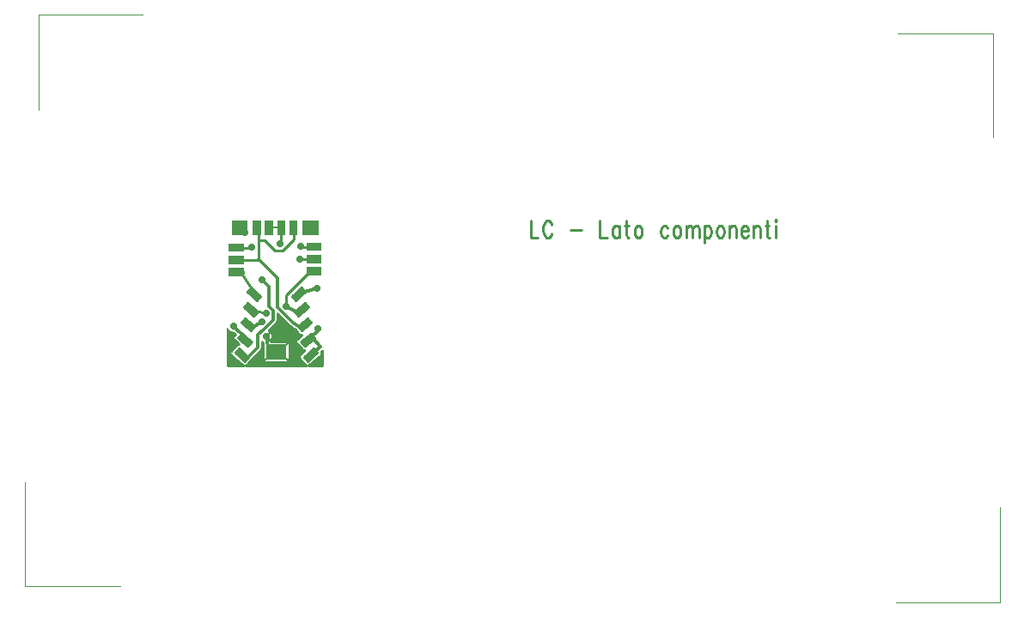
<source format=gbr>
*
*
G04 PADS Layout (Build Number 2008.43.1) generated Gerber (RS-274-X) file*
G04 PC Version=2.1*
*
%IN "P2007_0000_RBCS_RC_MAIS"*%
*
%MOIN*%
*
%FSLAX35Y35*%
*
*
*
*
G04 PC Standard Apertures*
*
*
G04 Thermal Relief Aperture macro.*
%AMTER*
1,1,$1,0,0*
1,0,$1-$2,0,0*
21,0,$3,$4,0,0,45*
21,0,$3,$4,0,0,135*
%
*
*
G04 Annular Aperture macro.*
%AMANN*
1,1,$1,0,0*
1,0,$2,0,0*
%
*
*
G04 Odd Aperture macro.*
%AMODD*
1,1,$1,0,0*
1,0,$1-0.005,0,0*
%
*
*
G04 PC Custom Aperture Macros*
*
*
*
*
*
*
G04 PC Aperture Table*
*
%ADD010C,0.01*%
%ADD031C,0.008*%
%ADD040C,0.001*%
%ADD071R,0.05906X0.05906*%
%ADD091C,0.01181*%
%ADD093C,0.00591*%
%ADD155R,0.0315X0.0315*%
%ADD157C,0.003*%
%ADD158C,0.006*%
%ADD160C,0.02795*%
*
*
*
*
G04 PC Circuitry*
G04 Layer Name P2007_0000_RBCS_RC_MAIS - circuitry*
%LPD*%
*
*
G04 PC Custom Flashes*
G04 Layer Name P2007_0000_RBCS_RC_MAIS - flashes*
%LPD*%
*
*
G04 PC Circuitry*
G04 Layer Name P2007_0000_RBCS_RC_MAIS - circuitry*
%LPD*%
*
G54D10*
G01X402548Y423588D02*
X406306Y420435D01*
X407688Y422081*
X403930Y425235*
X402548Y423588*
X405989Y420701D02*
X406529D01*
X404797Y421701D02*
X407369D01*
X403606Y422701D02*
X406950D01*
X402643Y423701D02*
X405758D01*
X403482Y424701D02*
X404566D01*
X402701Y423460D02*
Y423770D01*
X403701Y422621D02*
Y424961D01*
X404701Y421782D02*
Y424588D01*
X405701Y420943D02*
Y423749D01*
X406701Y420905D02*
Y422910D01*
X423629Y425235D02*
X419871Y422081D01*
X421253Y420435*
X425011Y423588*
X423629Y425235*
X421030Y420701D02*
X421570D01*
X420191Y421701D02*
X422762D01*
X420609Y422701D02*
X423954D01*
X421801Y423701D02*
X424916D01*
X422993Y424701D02*
X424077D01*
X420701Y421093D02*
Y422778D01*
X421701Y420811D02*
Y423617D01*
X422701Y421650D02*
Y424456D01*
X423701Y422489D02*
Y425149D01*
X424701Y423328D02*
Y423957D01*
X401367Y417682D02*
X405125Y414529D01*
X406507Y416176*
X402749Y419329*
X401367Y417682*
X404921Y414701D02*
X405269D01*
X403729Y415701D02*
X406108D01*
X402537Y416701D02*
X405881D01*
X401383Y417701D02*
X404689D01*
X402222Y418701D02*
X403498D01*
X401701Y417402D02*
Y418080D01*
X402701Y416563D02*
Y419272D01*
X403701Y415724D02*
Y418530D01*
X404701Y414885D02*
Y417691D01*
X405701Y415215D02*
Y416852D01*
X424810Y419329D02*
X421052Y416176D01*
X422434Y414529*
X426192Y417682*
X424810Y419329*
X422290Y414701D02*
X422639D01*
X421451Y415701D02*
X423830D01*
X421678Y416701D02*
X425022D01*
X422870Y417701D02*
X426176D01*
X424061Y418701D02*
X425337D01*
X421701Y415403D02*
Y416720D01*
X422701Y414753D02*
Y417559D01*
X423701Y415592D02*
Y418398D01*
X424701Y416431D02*
Y419237D01*
X425701Y417270D02*
Y418268D01*
X400186Y411777D02*
X403944Y408624D01*
X405326Y410270*
X401568Y413424*
X400186Y411777*
X403852Y408701D02*
X404009D01*
X402660Y409701D02*
X404848D01*
X401469Y410701D02*
X404813D01*
X400277Y411701D02*
X403621D01*
X400961Y412701D02*
X402429D01*
X400701Y411345D02*
Y412390D01*
X401701Y410506D02*
Y413312D01*
X402701Y409667D02*
Y412473D01*
X403701Y408828D02*
Y411634D01*
X404701Y409526D02*
Y410795D01*
X425991Y413424D02*
X422233Y410270D01*
X423615Y408624*
X427373Y411777*
X425991Y413424*
X423550Y408701D02*
X423707D01*
X422711Y409701D02*
X424899D01*
X422746Y410701D02*
X426091D01*
X423938Y411701D02*
X427282D01*
X425130Y412701D02*
X426598D01*
X422701Y409713D02*
Y410663D01*
X423701Y408696D02*
Y411502D01*
X424701Y409535D02*
Y412341D01*
X425701Y410374D02*
Y413180D01*
X426701Y411213D02*
Y412578D01*
X399005Y405871D02*
X402763Y402718D01*
X404145Y404365*
X400387Y407518*
X399005Y405871*
X401592Y403701D02*
X403587D01*
X400400Y404701D02*
X403744D01*
X399208Y405701D02*
X402552D01*
X399701Y406701D02*
X401361D01*
X399701Y405288D02*
Y406701D01*
X400701Y404448D02*
Y407255D01*
X401701Y403609D02*
Y406415D01*
X402701Y402770D02*
Y405576D01*
X403701Y403836D02*
Y404737D01*
X427172Y407518D02*
X423414Y404365D01*
X424796Y402718*
X428554Y405871*
X427172Y407518*
X423972Y403701D02*
X425967D01*
X423815Y404701D02*
X427159D01*
X425007Y405701D02*
X428351D01*
X426198Y406701D02*
X427858D01*
X423701Y404024D02*
Y404605D01*
X424701Y402832D02*
Y405444D01*
X425701Y403477D02*
Y406283D01*
X426701Y404316D02*
Y407122D01*
X427701Y405155D02*
Y406888D01*
X397824Y399966D02*
X401582Y396813D01*
X402963Y398459*
X399206Y401613*
X397824Y399966*
X400523Y397701D02*
X402327D01*
X399332Y398701D02*
X402676D01*
X398140Y399701D02*
X401484D01*
X398441Y400701D02*
X400292D01*
X398701Y399230D02*
Y401011D01*
X399701Y398391D02*
Y401197D01*
X400701Y397552D02*
Y400358D01*
X401701Y396955D02*
Y399519D01*
X402701Y398146D02*
Y398680D01*
X428353Y401613D02*
X424596Y398459D01*
X425977Y396813*
X429735Y399966*
X428353Y401613*
X425232Y397701D02*
X427036D01*
X424883Y398701D02*
X428228D01*
X426075Y399701D02*
X429419D01*
X427267Y400701D02*
X429118D01*
X424701Y398334D02*
Y398548D01*
X425701Y397142D02*
Y399387D01*
X426701Y397420D02*
Y400226D01*
X427701Y398259D02*
Y401065D01*
X428701Y399098D02*
Y401199D01*
X429701Y399937D02*
Y400007D01*
X512598Y451444D02*
Y444882D01*
X515326*
X520780Y449882D02*
X520553Y450507D01*
X520098Y451132*
X519644Y451444*
X518735*
X518280Y451132*
X517826Y450507*
X517598Y449882*
X517371Y448944*
Y447382*
X517598Y446444*
X517826Y445819*
X518280Y445194*
X518735Y444882*
X519644*
X520098Y445194*
X520553Y445819*
X520780Y446444*
X528053Y447694D02*
X532144D01*
X539417Y451444D02*
Y444882D01*
X542144*
X546917Y449257D02*
Y444882D01*
Y448319D02*
X546462Y448944D01*
X546008Y449257*
X545326*
X544871Y448944*
X544417Y448319*
X544189Y447382*
Y446757*
X544417Y445819*
X544871Y445194*
X545326Y444882*
X546008*
X546462Y445194*
X546917Y445819*
X549644Y451444D02*
Y446132D01*
X549871Y445194*
X550326Y444882*
X550780*
X548962Y449257D02*
X550553D01*
X553962D02*
X553508Y448944D01*
X553053Y448319*
X552826Y447382*
Y446757*
X553053Y445819*
X553508Y445194*
X553962Y444882*
X554644*
X555098Y445194*
X555553Y445819*
X555780Y446757*
Y447382*
X555553Y448319*
X555098Y448944*
X554644Y449257*
X553962*
X565780Y448319D02*
X565326Y448944D01*
X564871Y449257*
X564189*
X563735Y448944*
X563280Y448319*
X563053Y447382*
Y446757*
X563280Y445819*
X563735Y445194*
X564189Y444882*
X564871*
X565326Y445194*
X565780Y445819*
X568962Y449257D02*
X568508Y448944D01*
X568053Y448319*
X567826Y447382*
Y446757*
X568053Y445819*
X568508Y445194*
X568962Y444882*
X569644*
X570098Y445194*
X570553Y445819*
X570780Y446757*
Y447382*
X570553Y448319*
X570098Y448944*
X569644Y449257*
X568962*
X572826D02*
Y444882D01*
Y448007D02*
X573508Y448944D01*
X573962Y449257*
X574644*
X575098Y448944*
X575326Y448007*
Y444882*
Y448007D02*
X576008Y448944D01*
X576462Y449257*
X577144*
X577598Y448944*
X577826Y448007*
Y444882*
X579871Y449257D02*
Y442694D01*
Y448319D02*
X580326Y448944D01*
X580780Y449257*
X581462*
X581917Y448944*
X582371Y448319*
X582598Y447382*
Y446757*
X582371Y445819*
X581917Y445194*
X581462Y444882*
X580780*
X580326Y445194*
X579871Y445819*
X585780Y449257D02*
X585326Y448944D01*
X584871Y448319*
X584644Y447382*
Y446757*
X584871Y445819*
X585326Y445194*
X585780Y444882*
X586462*
X586917Y445194*
X587371Y445819*
X587598Y446757*
Y447382*
X587371Y448319*
X586917Y448944*
X586462Y449257*
X585780*
X589644D02*
Y444882D01*
Y448007D02*
X590326Y448944D01*
X590780Y449257*
X591462*
X591917Y448944*
X592144Y448007*
Y444882*
X594189Y447382D02*
X596917D01*
Y448007*
X596689Y448632*
X596462Y448944*
X596008Y449257*
X595326*
X594871Y448944*
X594417Y448319*
X594189Y447382*
Y446757*
X594417Y445819*
X594871Y445194*
X595326Y444882*
X596008*
X596462Y445194*
X596917Y445819*
X598962Y449257D02*
Y444882D01*
Y448007D02*
X599644Y448944D01*
X600098Y449257*
X600780*
X601235Y448944*
X601462Y448007*
Y444882*
X604189Y451444D02*
Y446132D01*
X604417Y445194*
X604871Y444882*
X605326*
X603508Y449257D02*
X605098D01*
X607371Y451444D02*
X607598Y451132D01*
X607826Y451444*
X607598Y451757*
X607371Y451444*
X607598Y449257D02*
Y444882D01*
X403937Y416929D02*
X404140Y416759D01*
X409843Y415354*
X417717Y418110D02*
Y422390D01*
X421311Y425984*
X421373*
X427110Y431722*
X428488*
X405118Y422835D02*
X405809Y423658D01*
X398327Y436124D02*
X406299D01*
X398327Y431399D02*
X400115D01*
X403930Y425235*
X405809Y423658*
X398327Y431399D02*
X400394D01*
Y431102*
X406299Y436124D02*
X407087Y436911D01*
Y443701*
X406299Y436124D02*
X407183D01*
X414173Y429134*
X422835Y436220D02*
Y436446D01*
X428488*
X398327Y440848D02*
X404331D01*
Y440945*
X407087Y443701D02*
X409249D01*
X413186Y439764*
X416300*
X420482Y443946*
Y448599*
X415354Y442520D02*
X415758D01*
Y448599*
X425591Y447244D02*
Y447630D01*
X425591D02*
X427175D01*
X427175D02*
Y448599D01*
X423228Y441339D02*
Y441170D01*
X428488*
X399616Y448599D02*
Y447349D01*
X401575*
Y446850*
X406309Y448599D02*
X407087Y447821D01*
Y443701*
X431783Y394988D02*
Y400750D01*
X431483Y400498*
X431211Y398985D02*
G75*
G03X431483Y400498I-771J919D01*
G01X431211Y398985D02*
X426687Y395189D01*
X426346Y394988D02*
G03X426687Y395189I-430J1120D01*
G01X426346Y394988D02*
X431783D01*
X394988D02*
X401213D01*
X400872Y395189D02*
G03X401213Y394988I771J919D01*
G01X400872Y395189D02*
X396348Y398985D01*
X396200Y400676D02*
G03X396348Y398985I919J-772D01*
G01X396200Y400676D02*
X398225Y403088D01*
X399166Y403517D02*
G03X398225Y403088I-22J-1200D01*
G01X399166Y403517D02*
X397529Y404890D01*
X397381Y406581D02*
G03X397529Y404890I920J-771D01*
G01X397381Y406581D02*
X397875Y407170D01*
X397315Y407640*
X394988Y408948D02*
G03X397315Y407640I2256J1288D01*
G01X394988Y408948D02*
Y394988D01*
X402074D02*
X425485D01*
X424996Y395337D02*
G03X425485Y394988I920J771D01*
G01X424996Y395337D02*
X422972Y397750D01*
X423120Y399440D02*
G03X422972Y397750I771J-919D01*
G01X423120Y399440D02*
X424757Y400814D01*
X423815Y401242D02*
G03X424757Y400814I920J772D01*
G01X423815Y401242D02*
X421791Y403655D01*
X421939Y405346D02*
G03X421791Y403655I771J-920D01*
G01X421939Y405346D02*
X423576Y406719D01*
X422634Y407148D02*
G03X423576Y406719I919J771D01*
G01X422634Y407148D02*
X421139Y408930D01*
X419316Y410214*
X419081Y410412D02*
G03X419316Y410214I1266J1266D01*
G01X419081Y410412D02*
X414389Y415104D01*
Y412734*
X413865Y411468D02*
G03X414389Y412734I-1267J1266D01*
G01X413865Y411468D02*
X411014Y408618D01*
X411760Y404546D02*
G03X411014Y408618I-1917J1753D01*
G01X411760Y404546D02*
X417717D01*
X418917Y403346D02*
G03X417717Y404546I-1200J0D01*
G01X418917Y403346D02*
Y397441D01*
X417717Y396241D02*
G03X418917Y397441I-0J1200D01*
G01X417717Y396241D02*
X409843D01*
X408642Y397441D02*
G03X409843Y396241I1201J-0D01*
G01X408642Y397441D02*
Y403346D01*
X408791Y403924D02*
G03X408642Y403346I1052J-578D01*
G01X408483Y404085D02*
G03X408791Y403924I1360J2214D01*
G01X408483Y404085D02*
Y402168D01*
X407959Y400901D02*
G03X408483Y402168I-1266J1267D01*
G01X407959Y400901D02*
X403440Y396382D01*
X402563Y395337*
X402074Y394988D02*
G03X402563Y395337I-431J1120D01*
G01X402427Y395199D02*
X425132D01*
X418917Y400599D02*
X424501D01*
X403203Y396099D02*
X424357D01*
X418832Y396999D02*
X423601D01*
X418917Y401499D02*
X423600D01*
X418917Y399699D02*
X423429D01*
X412370Y406899D02*
X422921D01*
X418917Y397899D02*
X422865D01*
X418917Y402399D02*
X422844D01*
X418917Y398799D02*
X422724D01*
X412423Y405999D02*
X422718D01*
X418917Y403299D02*
X422089D01*
X411963Y407799D02*
X422087D01*
X412147Y405099D02*
X421717D01*
X418561Y404199D02*
X421532D01*
X411096Y408699D02*
X421332D01*
X411996Y409599D02*
X420188D01*
X412896Y410499D02*
X418993D01*
X413796Y411399D02*
X418093D01*
X414336Y412299D02*
X417193D01*
X414389Y413199D02*
X416293D01*
X414389Y414099D02*
X415393D01*
X414389Y414999D02*
X414493D01*
X404057Y396999D02*
X408727D01*
X408483Y403299D02*
X408642D01*
X408483Y402399D02*
X408642D01*
X408354Y401499D02*
X408642D01*
X407657Y400599D02*
X408642D01*
X406757Y399699D02*
X408642D01*
X405857Y398799D02*
X408642D01*
X404957Y397899D02*
X408642D01*
X394988Y395199D02*
X400859D01*
X394988Y396099D02*
X399787D01*
X394988Y396999D02*
X398714D01*
X394988Y403299D02*
X398455D01*
X394988Y404199D02*
X398353D01*
X394988Y406899D02*
X397648D01*
X394988Y402399D02*
X397647D01*
X394988Y397899D02*
X397642D01*
X394988Y405099D02*
X397333D01*
X394988Y405999D02*
X397116D01*
X394988Y401499D02*
X396892D01*
X394988Y398799D02*
X396569D01*
X394988Y407799D02*
X396344D01*
X394988Y400599D02*
X396141D01*
X394988Y399699D02*
X395937D01*
X394988Y408699D02*
X395150D01*
X431604Y400599D02*
X431783D01*
X431622Y399699D02*
X431783D01*
X430990Y398799D02*
X431783D01*
X429917Y397899D02*
X431783D01*
X428845Y396999D02*
X431783D01*
X427772Y396099D02*
X431783D01*
X426700Y395199D02*
X431783D01*
G54D31*
X431883Y394888D02*
Y400965D01*
X431352Y400519*
X431147Y399062D02*
G03X431352Y400519I-707J842D01*
G01X431147Y399062D02*
X426623Y395266D01*
X425073Y395401D02*
G03X426623Y395266I843J707D01*
G01X425073Y395401D02*
X423048Y397814D01*
X423184Y399364D02*
G03X423048Y397814I707J-843D01*
G01X423184Y399364D02*
X425110Y400980D01*
X423892Y401307D02*
G03X425110Y400980I843J707D01*
G01X423892Y401307D02*
X421867Y403719D01*
X422003Y405269D02*
G03X421867Y403719I707J-843D01*
G01X422003Y405269D02*
X423929Y406885D01*
X422711Y407212D02*
G03X423929Y406885I842J707D01*
G01X422711Y407212D02*
X421207Y409004D01*
X419374Y410296*
X419152Y410482D02*
G03X419374Y410296I1195J1196D01*
G01X419152Y410482D02*
X414289Y415345D01*
Y412734*
X413794Y411538D02*
G03X414289Y412734I-1196J1196D01*
G01X413794Y411538D02*
X410843Y408588D01*
X411518Y404446D02*
G03X410843Y408588I-1675J1853D01*
G01X411518Y404446D02*
X417717D01*
X418817Y403346D02*
G03X417717Y404446I-1100J0D01*
G01X418817Y403346D02*
Y397441D01*
X417717Y396341D02*
G03X418817Y397441I-0J1100D01*
G01X417717Y396341D02*
X409843D01*
X408742Y397441D02*
G03X409843Y396341I1101J-0D01*
G01X408742Y397441D02*
Y403346D01*
X408937Y403971D02*
G03X408742Y403346I906J-625D01*
G01X408383Y404272D02*
G03X408937Y403971I1460J2027D01*
G01X408383Y404272D02*
Y402168D01*
X407888Y400972D02*
G03X408383Y402168I-1195J1196D01*
G01X407888Y400972D02*
X403366Y396450D01*
X402486Y395401*
X400936Y395266D02*
G03X402486Y395401I707J842D01*
G01X400936Y395266D02*
X396412Y399062D01*
X396277Y400611D02*
G03X396412Y399062I842J-707D01*
G01X396277Y400611D02*
X398301Y403024D01*
X399520Y403351D02*
G03X398301Y403024I-376J-1034D01*
G01X399520Y403351D02*
X397594Y404967D01*
X397458Y406517D02*
G03X397594Y404967I843J-707D01*
G01X397458Y406517D02*
X398016Y407182D01*
X397350Y407741*
X394888Y409407D02*
G03X397350Y407741I2356J829D01*
G01X394888Y409407D02*
Y394888D01*
X431883*
X431828Y400918D02*
X431883D01*
X431539Y399918D02*
X431883D01*
X430976Y398918D02*
X431883D01*
X429784Y397918D02*
X431883D01*
X428592Y396918D02*
X431883D01*
X427401Y395918D02*
X431883D01*
X394888Y394918D02*
X431883D01*
X424836Y400918D02*
X425037D01*
X402920Y395918D02*
X424639D01*
X418817Y400918D02*
X424634D01*
X418817Y399918D02*
X423845D01*
X418685Y396918D02*
X423800D01*
X418817Y401918D02*
X423379D01*
X412262Y406918D02*
X423097D01*
X418817Y397918D02*
X422971D01*
X418817Y398918D02*
X422865D01*
X412311Y405918D02*
X422777D01*
X418817Y402918D02*
X422540D01*
X411744Y407918D02*
X422118D01*
X418656Y403918D02*
X421734D01*
X411924Y404918D02*
X421726D01*
X411174Y408918D02*
X421279D01*
X412174Y409918D02*
X419909D01*
X413174Y410918D02*
X418716D01*
X414079Y411918D02*
X417716D01*
X414289Y412918D02*
X416716D01*
X414289Y413918D02*
X415716D01*
X414289Y414918D02*
X414716D01*
X408383Y403918D02*
X408903D01*
X403835Y396918D02*
X408875D01*
X408383Y402918D02*
X408742D01*
X408365Y401918D02*
X408742D01*
X407835Y400918D02*
X408742D01*
X406835Y399918D02*
X408742D01*
X405835Y398918D02*
X408742D01*
X404835Y397918D02*
X408742D01*
X394888Y395918D02*
X400158D01*
X394888Y396918D02*
X398967D01*
X394888Y403918D02*
X398843D01*
X394888Y402918D02*
X398213D01*
X394888Y406918D02*
X397795D01*
X394888Y397918D02*
X397775D01*
X394888Y404918D02*
X397652D01*
X394888Y401918D02*
X397374D01*
X394888Y405918D02*
X397206D01*
X394888Y398918D02*
X396583D01*
X394888Y400918D02*
X396534D01*
X394888Y407918D02*
X396314D01*
X394888Y399918D02*
X396020D01*
X394888Y408918D02*
X395122D01*
X430888Y394888D02*
Y398845D01*
X429888Y394888D02*
Y398006D01*
X428888Y394888D02*
Y397167D01*
X427888Y394888D02*
Y396327D01*
X426888Y394888D02*
Y395488D01*
X425888Y394888D02*
Y395009D01*
X424888Y400794D02*
Y400925D01*
Y394888D02*
Y395621D01*
X423888Y406851D02*
Y406871D01*
Y399954D02*
Y401311D01*
Y394888D02*
Y396813D01*
X422888Y406012D02*
Y407043D01*
Y398973D02*
Y402503D01*
Y394888D02*
Y398069D01*
X421888Y405158D02*
Y408193D01*
Y394888D02*
Y403695D01*
X420888Y394888D02*
Y409229D01*
X419888Y394888D02*
Y409933D01*
X418888Y394888D02*
Y410746D01*
X417888Y404433D02*
Y411746D01*
Y394888D02*
Y396354D01*
X416888Y404446D02*
Y412746D01*
Y394888D02*
Y396341D01*
X415888Y404446D02*
Y413746D01*
Y394888D02*
Y396341D01*
X414888Y404446D02*
Y414746D01*
Y394888D02*
Y396341D01*
X413888Y404446D02*
Y411641D01*
Y394888D02*
Y396341D01*
X412888Y404446D02*
Y410633D01*
Y394888D02*
Y396341D01*
X411888Y407732D02*
Y409633D01*
Y404446D02*
Y404866D01*
Y394888D02*
Y396341D01*
X410888Y408567D02*
Y408633D01*
Y394888D02*
Y396341D01*
X409888Y394888D02*
Y396341D01*
X408888Y403894D02*
Y403991D01*
Y394888D02*
Y396894D01*
X407888Y394888D02*
Y400972D01*
X406888Y394888D02*
Y399972D01*
X405888Y394888D02*
Y398972D01*
X404888Y394888D02*
Y397972D01*
X403888Y394888D02*
Y396972D01*
X402888Y394888D02*
Y395880D01*
X401888Y394888D02*
Y395036D01*
X400888Y394888D02*
Y395306D01*
X399888Y394888D02*
Y396145D01*
X398888Y403387D02*
Y403881D01*
Y394888D02*
Y396984D01*
X397888Y407030D02*
Y407289D01*
Y402532D02*
Y404720D01*
Y394888D02*
Y397823D01*
X396888Y401340D02*
Y407764D01*
Y394888D02*
Y398662D01*
X395888Y394888D02*
Y408139D01*
G54D40*
X654331Y303150D02*
X694488D01*
Y340157*
X692126Y483858D02*
Y524016D01*
X655118*
X316142Y349606D02*
Y309449D01*
X353150*
X361811Y531496D02*
X321654D01*
Y494488*
G54D71*
X412795Y400394D02*
X414764D01*
X399813Y448599D02*
X399419D01*
X427372D02*
X426978D01*
G54D91*
X400394Y399213D02*
X401449Y398327D01*
X402151Y397625*
X406693Y402168*
Y406951*
X408797Y409055*
X408920*
X412598Y412734*
Y416400*
X409843Y406299D02*
X410827Y400394D01*
X413780*
X401575Y405118D02*
X402207Y405872D01*
X427165Y399213D02*
X430799Y402262D01*
X425984Y405118D02*
X427403Y406309D01*
X430799Y402262*
X425984Y405118D02*
X430270Y408715D01*
X397244Y410236D02*
X397146Y410119D01*
X402207Y405872*
X411024Y425591D02*
Y417975D01*
X412598Y416400*
X402756Y411024D02*
X404326Y409706D01*
X408268Y412205*
X417717Y418110D02*
X422097Y415649D01*
X423622Y416929*
X429921Y409449D02*
X430270Y408715D01*
X408268Y428346D02*
X411024Y425591D01*
X422441Y422835D02*
X423074Y422081D01*
X424883Y423599*
X429528Y425197*
X414173Y429134D02*
Y417852D01*
X420347Y411678*
X423193Y409673*
X424803Y411024*
G54D93*
X418494Y404124D02*
X416852Y402482D01*
X418494Y396663D02*
X416852Y398306D01*
X409065Y396663D02*
X410707Y398306D01*
X411609Y408065D02*
X410831Y407287D01*
X411609Y404533D02*
X410831Y405311D01*
G54D155*
X399705Y431399D02*
X396949D01*
X399705Y436124D02*
X396949D01*
X399705Y440848D02*
X396949D01*
X427110Y441170D02*
X429866D01*
X427110Y436446D02*
X429866D01*
X427110Y431722D02*
X429866D01*
X406309Y447221D02*
Y449977D01*
X411033Y447221D02*
Y449977D01*
X415758Y447221D02*
Y449977D01*
X420482Y447221D02*
Y449977D01*
G54D157*
X419685Y407480D02*
Y410827D01*
G54D158*
X398327Y431399D02*
Y431340D01*
X400394*
Y431102*
X411033Y448599D02*
X415758D01*
G54D160*
X409843Y406299D03*
X397244Y410236D03*
X408268Y412205D03*
X409843Y415354D03*
X417717Y418110D03*
X429921Y409449D03*
X408268Y428346D03*
X429528Y425197D03*
X400394Y431102D03*
X422835Y436220D03*
X404331Y440945D03*
X401575Y446850D03*
X415354Y442520D03*
X425591Y447244D03*
X423228Y441339D03*
G74*
X0Y0D02*
M02*

</source>
